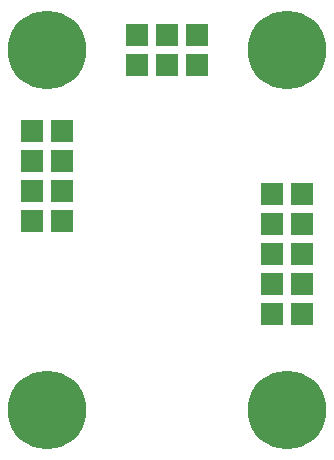
<source format=gbr>
G75*
G70*
%OFA0B0*%
%FSLAX24Y24*%
%IPPOS*%
%LPD*%
%AMOC8*
5,1,8,0,0,1.08239X$1,22.5*
%
%ADD10R,0.0730X0.0730*%
%ADD11C,0.2620*%
D10*
X002110Y009385D03*
X002110Y010385D03*
X002110Y011385D03*
X002110Y012385D03*
X003110Y012385D03*
X003110Y011385D03*
X003110Y010385D03*
X003110Y009385D03*
X005610Y014585D03*
X005610Y015585D03*
X006610Y015585D03*
X006610Y014585D03*
X007610Y014585D03*
X007610Y015585D03*
X010110Y010260D03*
X010110Y009260D03*
X010110Y008260D03*
X010110Y007260D03*
X010110Y006260D03*
X011110Y006260D03*
X011110Y007260D03*
X011110Y008260D03*
X011110Y009260D03*
X011110Y010260D03*
D11*
X002610Y003085D03*
X010610Y003085D03*
X010610Y015085D03*
X002610Y015085D03*
M02*

</source>
